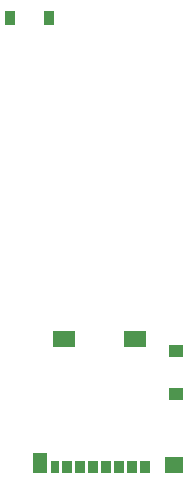
<source format=gbr>
%TF.GenerationSoftware,KiCad,Pcbnew,(6.0.6-0)*%
%TF.CreationDate,2022-08-03T21:57:51-07:00*%
%TF.ProjectId,sd_bt_streamer,73645f62-745f-4737-9472-65616d65722e,rev?*%
%TF.SameCoordinates,Original*%
%TF.FileFunction,Paste,Top*%
%TF.FilePolarity,Positive*%
%FSLAX46Y46*%
G04 Gerber Fmt 4.6, Leading zero omitted, Abs format (unit mm)*
G04 Created by KiCad (PCBNEW (6.0.6-0)) date 2022-08-03 21:57:51*
%MOMM*%
%LPD*%
G01*
G04 APERTURE LIST*
%ADD10R,0.850000X1.100000*%
%ADD11R,0.750000X1.100000*%
%ADD12R,1.200000X1.000000*%
%ADD13R,1.900000X1.350000*%
%ADD14R,1.170000X1.800000*%
%ADD15R,1.550000X1.350000*%
%ADD16R,0.900000X1.200000*%
G04 APERTURE END LIST*
D10*
%TO.C,J1*%
X167105000Y-104200000D03*
X166005000Y-104200000D03*
X164905000Y-104200000D03*
X163805000Y-104200000D03*
X162705000Y-104200000D03*
X161605000Y-104200000D03*
X160505000Y-104200000D03*
D11*
X159455000Y-104200000D03*
D12*
X169740000Y-98050000D03*
X169740000Y-94350000D03*
D13*
X160270000Y-93375000D03*
X166240000Y-93375000D03*
D14*
X158245000Y-103850000D03*
D15*
X169565000Y-104075000D03*
%TD*%
D16*
%TO.C,D1*%
X155650000Y-66200000D03*
X158950000Y-66200000D03*
%TD*%
M02*

</source>
